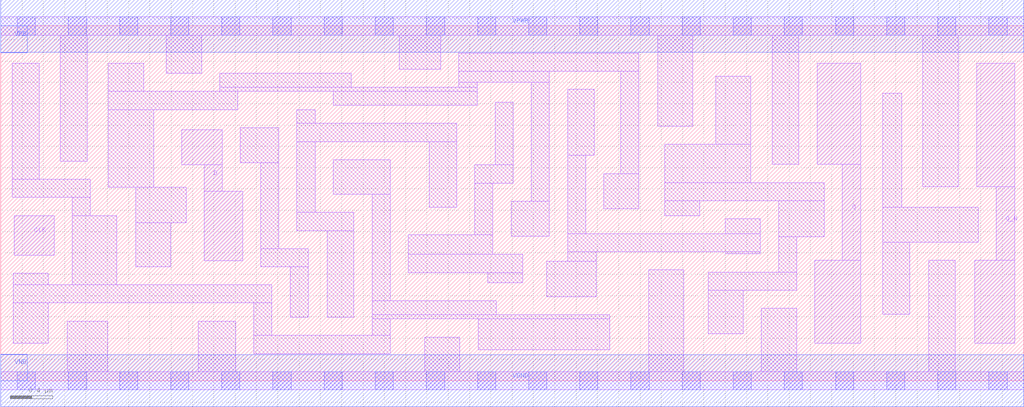
<source format=lef>
# Copyright 2020 The SkyWater PDK Authors
#
# Licensed under the Apache License, Version 2.0 (the "License");
# you may not use this file except in compliance with the License.
# You may obtain a copy of the License at
#
#     https://www.apache.org/licenses/LICENSE-2.0
#
# Unless required by applicable law or agreed to in writing, software
# distributed under the License is distributed on an "AS IS" BASIS,
# WITHOUT WARRANTIES OR CONDITIONS OF ANY KIND, either express or implied.
# See the License for the specific language governing permissions and
# limitations under the License.
#
# SPDX-License-Identifier: Apache-2.0

VERSION 5.5 ;
NAMESCASESENSITIVE ON ;
BUSBITCHARS "[]" ;
DIVIDERCHAR "/" ;
MACRO sky130_fd_sc_ms__dfxbp_1
  CLASS CORE ;
  SOURCE USER ;
  ORIGIN  0.000000  0.000000 ;
  SIZE  9.600000 BY  3.330000 ;
  SYMMETRY X Y ;
  SITE unit ;
  PIN D
    ANTENNAGATEAREA  0.126000 ;
    DIRECTION INPUT ;
    USE SIGNAL ;
    PORT
      LAYER li1 ;
        RECT 1.700000 2.025000 2.080000 2.355000 ;
        RECT 1.910000 1.125000 2.270000 1.780000 ;
        RECT 1.910000 1.780000 2.080000 2.025000 ;
    END
  END D
  PIN Q
    ANTENNADIFFAREA  0.530100 ;
    DIRECTION OUTPUT ;
    USE SIGNAL ;
    PORT
      LAYER li1 ;
        RECT 7.640000 0.350000 8.070000 1.130000 ;
        RECT 7.665000 2.030000 8.070000 2.980000 ;
        RECT 7.900000 1.130000 8.070000 2.030000 ;
    END
  END Q
  PIN Q_N
    ANTENNADIFFAREA  0.535700 ;
    DIRECTION OUTPUT ;
    USE SIGNAL ;
    PORT
      LAYER li1 ;
        RECT 9.140000 0.350000 9.515000 1.130000 ;
        RECT 9.160000 1.820000 9.515000 2.980000 ;
        RECT 9.345000 1.130000 9.515000 1.820000 ;
    END
  END Q_N
  PIN CLK
    ANTENNAGATEAREA  0.279000 ;
    DIRECTION INPUT ;
    USE CLOCK ;
    PORT
      LAYER li1 ;
        RECT 0.125000 1.180000 0.500000 1.550000 ;
    END
  END CLK
  PIN VGND
    DIRECTION INOUT ;
    USE GROUND ;
    PORT
      LAYER met1 ;
        RECT 0.000000 -0.245000 9.600000 0.245000 ;
    END
  END VGND
  PIN VNB
    DIRECTION INOUT ;
    USE GROUND ;
    PORT
      LAYER met1 ;
        RECT 0.000000 0.000000 0.250000 0.250000 ;
    END
  END VNB
  PIN VPB
    DIRECTION INOUT ;
    USE POWER ;
    PORT
      LAYER met1 ;
        RECT 0.000000 3.080000 0.250000 3.330000 ;
    END
  END VPB
  PIN VPWR
    DIRECTION INOUT ;
    USE POWER ;
    PORT
      LAYER met1 ;
        RECT 0.000000 3.085000 9.600000 3.575000 ;
    END
  END VPWR
  OBS
    LAYER li1 ;
      RECT 0.000000 -0.085000 9.600000 0.085000 ;
      RECT 0.000000  3.245000 9.600000 3.415000 ;
      RECT 0.110000  1.720000 0.840000 1.890000 ;
      RECT 0.110000  1.890000 0.360000 2.980000 ;
      RECT 0.115000  0.350000 0.445000 0.730000 ;
      RECT 0.115000  0.730000 2.545000 0.900000 ;
      RECT 0.115000  0.900000 0.445000 1.010000 ;
      RECT 0.560000  2.060000 0.810000 3.245000 ;
      RECT 0.625000  0.085000 1.005000 0.560000 ;
      RECT 0.670000  0.900000 1.090000 1.550000 ;
      RECT 0.670000  1.550000 0.840000 1.720000 ;
      RECT 1.010000  1.815000 1.435000 2.545000 ;
      RECT 1.010000  2.545000 2.225000 2.715000 ;
      RECT 1.010000  2.715000 1.340000 2.980000 ;
      RECT 1.265000  1.070000 1.595000 1.485000 ;
      RECT 1.265000  1.485000 1.740000 1.815000 ;
      RECT 1.555000  2.885000 1.885000 3.245000 ;
      RECT 1.855000  0.085000 2.205000 0.560000 ;
      RECT 2.055000  2.715000 4.470000 2.755000 ;
      RECT 2.055000  2.755000 3.290000 2.885000 ;
      RECT 2.250000  2.045000 2.610000 2.375000 ;
      RECT 2.375000  0.255000 3.655000 0.425000 ;
      RECT 2.375000  0.425000 2.545000 0.730000 ;
      RECT 2.440000  1.070000 2.885000 1.240000 ;
      RECT 2.440000  1.240000 2.610000 2.045000 ;
      RECT 2.715000  0.595000 2.885000 1.070000 ;
      RECT 2.780000  1.410000 3.315000 1.580000 ;
      RECT 2.780000  1.580000 2.950000 2.245000 ;
      RECT 2.780000  2.245000 4.280000 2.415000 ;
      RECT 2.780000  2.415000 2.950000 2.545000 ;
      RECT 3.065000  0.595000 3.315000 1.410000 ;
      RECT 3.120000  1.750000 3.655000 2.075000 ;
      RECT 3.120000  2.585000 4.470000 2.715000 ;
      RECT 3.485000  0.425000 3.655000 0.580000 ;
      RECT 3.485000  0.580000 5.715000 0.620000 ;
      RECT 3.485000  0.620000 4.650000 0.750000 ;
      RECT 3.485000  0.750000 3.655000 1.750000 ;
      RECT 3.740000  2.925000 4.130000 3.245000 ;
      RECT 3.825000  1.015000 4.900000 1.185000 ;
      RECT 3.825000  1.185000 4.620000 1.370000 ;
      RECT 3.980000  0.085000 4.310000 0.410000 ;
      RECT 4.020000  1.630000 4.280000 2.245000 ;
      RECT 4.300000  2.755000 4.470000 2.800000 ;
      RECT 4.300000  2.800000 5.150000 2.905000 ;
      RECT 4.300000  2.905000 5.990000 3.075000 ;
      RECT 4.450000  1.370000 4.620000 1.855000 ;
      RECT 4.450000  1.855000 4.810000 2.025000 ;
      RECT 4.480000  0.290000 5.715000 0.580000 ;
      RECT 4.570000  0.920000 4.900000 1.015000 ;
      RECT 4.640000  2.025000 4.810000 2.615000 ;
      RECT 4.790000  1.355000 5.150000 1.685000 ;
      RECT 4.980000  1.685000 5.150000 2.800000 ;
      RECT 5.125000  0.790000 5.590000 1.120000 ;
      RECT 5.320000  1.120000 5.590000 1.210000 ;
      RECT 5.320000  1.210000 7.130000 1.380000 ;
      RECT 5.320000  1.380000 5.490000 2.115000 ;
      RECT 5.320000  2.115000 5.570000 2.735000 ;
      RECT 5.660000  1.615000 5.990000 1.945000 ;
      RECT 5.820000  1.945000 5.990000 2.905000 ;
      RECT 6.080000  0.085000 6.410000 1.040000 ;
      RECT 6.165000  2.390000 6.495000 3.245000 ;
      RECT 6.230000  1.550000 6.560000 1.690000 ;
      RECT 6.230000  1.690000 7.730000 1.860000 ;
      RECT 6.230000  1.860000 7.040000 2.220000 ;
      RECT 6.640000  0.440000 6.970000 0.850000 ;
      RECT 6.640000  0.850000 7.470000 1.020000 ;
      RECT 6.710000  2.220000 7.040000 2.860000 ;
      RECT 6.800000  1.190000 7.130000 1.210000 ;
      RECT 6.800000  1.380000 7.130000 1.520000 ;
      RECT 7.140000  0.085000 7.470000 0.680000 ;
      RECT 7.240000  2.030000 7.490000 3.245000 ;
      RECT 7.300000  1.020000 7.470000 1.350000 ;
      RECT 7.300000  1.350000 7.730000 1.690000 ;
      RECT 8.280000  0.625000 8.530000 1.300000 ;
      RECT 8.280000  1.300000 9.175000 1.630000 ;
      RECT 8.280000  1.630000 8.455000 2.700000 ;
      RECT 8.655000  1.820000 8.985000 3.245000 ;
      RECT 8.710000  0.085000 8.960000 1.130000 ;
    LAYER mcon ;
      RECT 0.155000 -0.085000 0.325000 0.085000 ;
      RECT 0.155000  3.245000 0.325000 3.415000 ;
      RECT 0.635000 -0.085000 0.805000 0.085000 ;
      RECT 0.635000  3.245000 0.805000 3.415000 ;
      RECT 1.115000 -0.085000 1.285000 0.085000 ;
      RECT 1.115000  3.245000 1.285000 3.415000 ;
      RECT 1.595000 -0.085000 1.765000 0.085000 ;
      RECT 1.595000  3.245000 1.765000 3.415000 ;
      RECT 2.075000 -0.085000 2.245000 0.085000 ;
      RECT 2.075000  3.245000 2.245000 3.415000 ;
      RECT 2.555000 -0.085000 2.725000 0.085000 ;
      RECT 2.555000  3.245000 2.725000 3.415000 ;
      RECT 3.035000 -0.085000 3.205000 0.085000 ;
      RECT 3.035000  3.245000 3.205000 3.415000 ;
      RECT 3.515000 -0.085000 3.685000 0.085000 ;
      RECT 3.515000  3.245000 3.685000 3.415000 ;
      RECT 3.995000 -0.085000 4.165000 0.085000 ;
      RECT 3.995000  3.245000 4.165000 3.415000 ;
      RECT 4.475000 -0.085000 4.645000 0.085000 ;
      RECT 4.475000  3.245000 4.645000 3.415000 ;
      RECT 4.955000 -0.085000 5.125000 0.085000 ;
      RECT 4.955000  3.245000 5.125000 3.415000 ;
      RECT 5.435000 -0.085000 5.605000 0.085000 ;
      RECT 5.435000  3.245000 5.605000 3.415000 ;
      RECT 5.915000 -0.085000 6.085000 0.085000 ;
      RECT 5.915000  3.245000 6.085000 3.415000 ;
      RECT 6.395000 -0.085000 6.565000 0.085000 ;
      RECT 6.395000  3.245000 6.565000 3.415000 ;
      RECT 6.875000 -0.085000 7.045000 0.085000 ;
      RECT 6.875000  3.245000 7.045000 3.415000 ;
      RECT 7.355000 -0.085000 7.525000 0.085000 ;
      RECT 7.355000  3.245000 7.525000 3.415000 ;
      RECT 7.835000 -0.085000 8.005000 0.085000 ;
      RECT 7.835000  3.245000 8.005000 3.415000 ;
      RECT 8.315000 -0.085000 8.485000 0.085000 ;
      RECT 8.315000  3.245000 8.485000 3.415000 ;
      RECT 8.795000 -0.085000 8.965000 0.085000 ;
      RECT 8.795000  3.245000 8.965000 3.415000 ;
      RECT 9.275000 -0.085000 9.445000 0.085000 ;
      RECT 9.275000  3.245000 9.445000 3.415000 ;
  END
END sky130_fd_sc_ms__dfxbp_1
END LIBRARY

</source>
